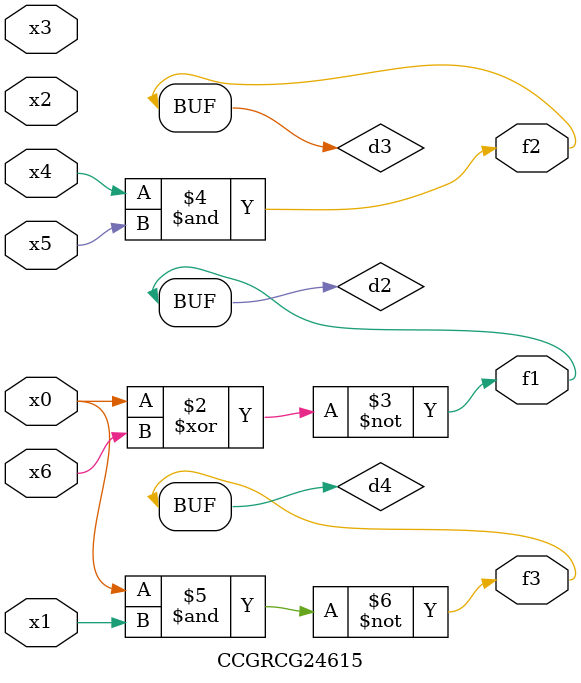
<source format=v>
module CCGRCG24615(
	input x0, x1, x2, x3, x4, x5, x6,
	output f1, f2, f3
);

	wire d1, d2, d3, d4;

	nor (d1, x0);
	xnor (d2, x0, x6);
	and (d3, x4, x5);
	nand (d4, x0, x1);
	assign f1 = d2;
	assign f2 = d3;
	assign f3 = d4;
endmodule

</source>
